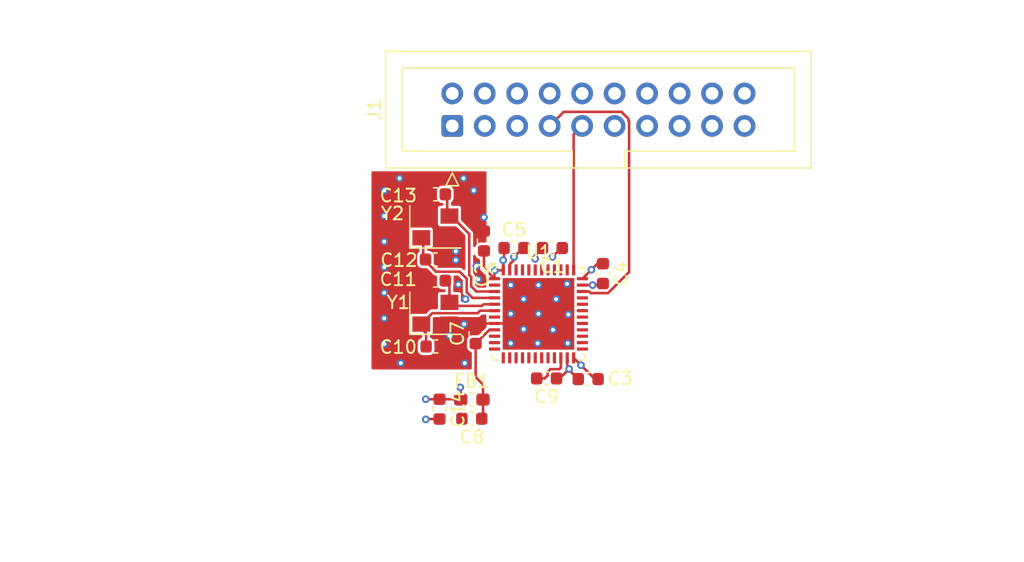
<source format=kicad_pcb>
(kicad_pcb (version 20240108) (generator "pcbnew") (generator_version "8.0")
  (layers (0 "F.Cu" signal) (1 "In1.Cu" signal) (2 "In2.Cu" signal) (31 "B.Cu" signal) (34 "B.Paste" user) (35 "F.Paste" user) (36 "B.SilkS" user "B.Silkscreen") (37 "F.SilkS" user "F.Silkscreen") (38 "B.Mask" user) (39 "F.Mask" user) (44 "Edge.Cuts" user))
  (net 0 "")
  (net 1 "+3V3")
  (net 2 "GND")
  (net 3 "+3.3VA")
  (net 4 "Net-(U1-VCAP1)")
  (net 5 "/osc_out")
  (net 6 "/osc_in")
  (net 7 "/osc32_in")
  (net 8 "/osc32_out")
  (net 13 "/swdio")
  (net 15 "/swclk")
  (net 27 "/boot0")
  (net 46 "/nrst")
  (footprint "Capacitor_SMD:C_0603_1608Metric" (layer "F.Cu") (at 153.15 45.5 180)
    (property "Reference" "C1" (at 0 -1.43 360) (layer "F.SilkS"))
    (property "Value" "4u7")
    (fp_line (start -0.14058 0.51) (end 0.14058 0.51) (stroke (width 0.12)) (layer "F.SilkS"))
    (fp_line (start -0.14058 -0.51) (end 0.14058 -0.51) (stroke (width 0.12)) (layer "F.SilkS"))
    (pad "1" smd roundrect (at -0.775 0 180) (size 0.9 0.95) (layers "F.Cu" "F.Paste" "F.Mask") (net 1 "+3V3"))
    (pad "2" smd roundrect (at 0.775 0 180) (size 0.9 0.95) (layers "F.Cu" "F.Paste" "F.Mask") (net 2 "GND"))
  )
  (footprint "Capacitor_SMD:C_0603_1608Metric" (layer "F.Cu") (at 144.325 58.1 -90)
    (property "Reference" "C14" (at 0 -1.43 90) (layer "F.SilkS"))
    (property "Value" "1u")
    (fp_line (start -0.14058 0.51) (end 0.14058 0.51) (stroke (width 0.12)) (layer "F.SilkS"))
    (fp_line (start -0.14058 -0.51) (end 0.14058 -0.51) (stroke (width 0.12)) (layer "F.SilkS"))
    (pad "1" smd roundrect (at -0.775 0 270) (size 0.9 0.95) (layers "F.Cu" "F.Paste" "F.Mask") (net 1 "+3V3"))
    (pad "2" smd roundrect (at 0.775 0 270) (size 0.9 0.95) (layers "F.Cu" "F.Paste" "F.Mask") (net 2 "GND"))
  )
  (footprint "Capacitor_SMD:C_0603_1608Metric" (layer "F.Cu") (at 144 46.4)
    (property "Reference" "C12" (at -2.85 0.05 0) (layer "F.SilkS"))
    (property "Value" "6p")
    (fp_line (start -0.14058 -0.51) (end 0.14058 -0.51) (stroke (width 0.12)) (layer "F.SilkS"))
    (fp_line (start -0.14058 0.51) (end 0.14058 0.51) (stroke (width 0.12)) (layer "F.SilkS"))
    (pad "1" smd roundrect (at -0.775 0) (size 0.9 0.95) (layers "F.Cu" "F.Paste" "F.Mask") (net 8 "/osc32_out"))
    (pad "2" smd roundrect (at 0.775 0) (size 0.9 0.95) (layers "F.Cu" "F.Paste" "F.Mask") (net 2 "GND"))
  )
  (footprint "Capacitor_SMD:C_0603_1608Metric" (layer "F.Cu") (at 146.85 58.85 180)
    (property "Reference" "C8" (at 0 -1.43 0) (layer "F.SilkS"))
    (property "Value" "1u")
    (fp_line (start -0.14058 0.51) (end 0.14058 0.51) (stroke (width 0.12)) (layer "F.SilkS"))
    (fp_line (start -0.14058 -0.51) (end 0.14058 -0.51) (stroke (width 0.12)) (layer "F.SilkS"))
    (pad "1" smd roundrect (at -0.775 0 180) (size 0.9 0.95) (layers "F.Cu" "F.Paste" "F.Mask") (net 3 "+3.3VA"))
    (pad "2" smd roundrect (at 0.775 0 180) (size 0.9 0.95) (layers "F.Cu" "F.Paste" "F.Mask") (net 2 "GND"))
  )
  (footprint "Capacitor_SMD:C_0603_1608Metric" (layer "F.Cu") (at 147.15 52.2 90)
    (property "Reference" "C7" (at 0 -1.43 90) (layer "F.SilkS"))
    (property "Value" "10n")
    (fp_line (start -0.14058 -0.51) (end 0.14058 -0.51) (stroke (width 0.12)) (layer "F.SilkS"))
    (fp_line (start -0.14058 0.51) (end 0.14058 0.51) (stroke (width 0.12)) (layer "F.SilkS"))
    (pad "1" smd roundrect (at -0.775 0 90) (size 0.9 0.95) (layers "F.Cu" "F.Paste" "F.Mask") (net 3 "+3.3VA"))
    (pad "2" smd roundrect (at 0.775 0 90) (size 0.9 0.95) (layers "F.Cu" "F.Paste" "F.Mask") (net 2 "GND"))
  )
  (footprint "Fuse:Fuse_0603_1608Metric_Pad1.05x0.95mm_HandSolder" (layer "F.Cu") (at 146.85 57.35)
    (property "Reference" "FB1" (at 0 -1.43 0) (layer "F.SilkS"))
    (property "Value" "600@1MHz")
    (fp_line (start -0.171267 -0.51) (end 0.171267 -0.51) (stroke (width 0.12)) (layer "F.SilkS"))
    (fp_line (start -0.171267 0.51) (end 0.171267 0.51) (stroke (width 0.12)) (layer "F.SilkS"))
    (pad "1" smd roundrect (at -0.875 0) (size 1.05 0.95) (layers "F.Cu" "F.Paste" "F.Mask") (net 1 "+3V3"))
    (pad "2" smd roundrect (at 0.875 0) (size 1.05 0.95) (layers "F.Cu" "F.Paste" "F.Mask") (net 3 "+3.3VA"))
  )
  (footprint "Capacitor_SMD:C_0603_1608Metric" (layer "F.Cu") (at 147.8 44.95 90)
    (property "Reference" "C2" (at -2.65 -0.15 90) (layer "F.SilkS"))
    (property "Value" "100n")
    (fp_line (start -0.14058 -0.51) (end 0.14058 -0.51) (stroke (width 0.12)) (layer "F.SilkS"))
    (fp_line (start -0.14058 0.51) (end 0.14058 0.51) (stroke (width 0.12)) (layer "F.SilkS"))
    (pad "1" smd roundrect (at -0.775 0 90) (size 0.9 0.95) (layers "F.Cu" "F.Paste" "F.Mask") (net 1 "+3V3"))
    (pad "2" smd roundrect (at 0.775 0 90) (size 0.9 0.95) (layers "F.Cu" "F.Paste" "F.Mask") (net 2 "GND"))
  )
  (footprint "Connector_IDC:IDC-Header_2x10_P2.54mm_Vertical" (layer "F.Cu") (at 145.32 35.95 90)
    (property "Reference" "J1" (at 1.27 -6.1 90) (layer "F.SilkS"))
    (property "Value" "Conn_02x10_Odd_Even")
    (fp_line (start 5.83 -5.21) (end 5.83 28.07) (stroke (width 0.12)) (layer "F.SilkS"))
    (fp_line (start -3.29 -5.21) (end 5.83 -5.21) (stroke (width 0.12)) (layer "F.SilkS"))
    (fp_line (start 4.52 -3.91) (end 4.52 26.77) (stroke (width 0.12)) (layer "F.SilkS"))
    (fp_line (start -1.98 -3.91) (end 4.52 -3.91) (stroke (width 0.12)) (layer "F.SilkS"))
    (fp_line (start -4.68 -0.5) (end -4.68 0.5) (stroke (width 0.12)) (layer "F.SilkS"))
    (fp_line (start -3.68 0) (end -4.68 -0.5) (stroke (width 0.12)) (layer "F.SilkS"))
    (fp_line (start -4.68 0.5) (end -3.68 0) (stroke (width 0.12)) (layer "F.SilkS"))
    (fp_line (start -1.98 9.38) (end -1.98 -3.91) (stroke (width 0.12)) (layer "F.SilkS"))
    (fp_line (start -3.29 9.38) (end -1.98 9.38) (stroke (width 0.12)) (layer "F.SilkS"))
    (fp_line (start -1.98 13.48) (end -1.98 13.48) (stroke (width 0.12)) (layer "F.SilkS"))
    (fp_line (start -1.98 13.48) (end -3.29 13.48) (stroke (width 0.12)) (layer "F.SilkS"))
    (fp_line (start 4.52 26.77) (end -1.98 26.77) (stroke (width 0.12)) (layer "F.SilkS"))
    (fp_line (start -1.98 26.77) (end -1.98 13.48) (stroke (width 0.12)) (layer "F.SilkS"))
    (fp_line (start 5.83 28.07) (end -3.29 28.07) (stroke (width 0.12)) (layer "F.SilkS"))
    (fp_line (start -3.29 28.07) (end -3.29 -5.21) (stroke (width 0.12)) (layer "F.SilkS"))
    (pad "1" thru_hole roundrect (at 0 0 90) (size 1.7 1.7) (drill 1) (layers "*.Cu" "*.Mask") (roundrect_rratio 0.147059) (net 1 "+3V3"))
    (pad "2" thru_hole circle (at 2.54 0 90) (size 1.7 1.7) (drill 1) (layers "*.Cu" "*.Mask") (net 1 "+3V3"))
    (pad "3" thru_hole circle (at 0 2.54 90) (size 1.7 1.7) (drill 1) (layers "*.Cu" "*.Mask"))
    (pad "4" thru_hole circle (at 2.54 2.54 90) (size 1.7 1.7) (drill 1) (layers "*.Cu" "*.Mask") (net 2 "GND"))
    (pad "5" thru_hole circle (at 0 5.08 90) (size 1.7 1.7) (drill 1) (layers "*.Cu" "*.Mask"))
    (pad "6" thru_hole circle (at 2.54 5.08 90) (size 1.7 1.7) (drill 1) (layers "*.Cu" "*.Mask") (net 2 "GND"))
    (pad "7" thru_hole circle (at 0 7.62 90) (size 1.7 1.7) (drill 1) (layers "*.Cu" "*.Mask") (net 13 "/swdio"))
    (pad "8" thru_hole circle (at 2.54 7.62 90) (size 1.7 1.7) (drill 1) (layers "*.Cu" "*.Mask") (net 2 "GND"))
    (pad "9" thru_hole circle (at 0 10.16 90) (size 1.7 1.7) (drill 1) (layers "*.Cu" "*.Mask") (net 15 "/swclk"))
    (pad "10" thru_hole circle (at 2.54 10.16 90) (size 1.7 1.7) (drill 1) (layers "*.Cu" "*.Mask") (net 2 "GND"))
    (pad "11" thru_hole circle (at 0 12.7 90) (size 1.7 1.7) (drill 1) (layers "*.Cu" "*.Mask"))
    (pad "12" thru_hole circle (at 2.54 12.7 90) (size 1.7 1.7) (drill 1) (layers "*.Cu" "*.Mask") (net 2 "GND"))
    (pad "13" thru_hole circle (at 0 15.24 90) (size 1.7 1.7) (drill 1) (layers "*.Cu" "*.Mask"))
    (pad "14" thru_hole circle (at 2.54 15.24 90) (size 1.7 1.7) (drill 1) (layers "*.Cu" "*.Mask") (net 2 "GND"))
    (pad "15" thru_hole circle (at 0 17.78 90) (size 1.7 1.7) (drill 1) (layers "*.Cu" "*.Mask"))
    (pad "16" thru_hole circle (at 2.54 17.78 90) (size 1.7 1.7) (drill 1) (layers "*.Cu" "*.Mask") (net 2 "GND"))
    (pad "17" thru_hole circle (at 0 20.32 90) (size 1.7 1.7) (drill 1) (layers "*.Cu" "*.Mask"))
    (pad "18" thru_hole circle (at 2.54 20.32 90) (size 1.7 1.7) (drill 1) (layers "*.Cu" "*.Mask") (net 2 "GND"))
    (pad "19" thru_hole circle (at 0 22.86 90) (size 1.7 1.7) (drill 1) (layers "*.Cu" "*.Mask"))
    (pad "20" thru_hole circle (at 2.54 22.86 90) (size 1.7 1.7) (drill 1) (layers "*.Cu" "*.Mask") (net 2 "GND"))
  )
  (footprint "Package_DFN_QFN:QFN-48-1EP_7x7mm_P0.5mm_EP5.6x5.6mm" (layer "F.Cu") (at 152.0625 50.65)
    (property "Reference" "U1" (at 0 -4.83 0) (layer "F.SilkS"))
    (property "Value" "STM32F411CEUx")
    (fp_line (start -3.61 -3.135) (end -3.61 -3.37) (stroke (width 0.12)) (layer "F.SilkS"))
    (fp_line (start -3.61 3.61) (end -3.61 3.135) (stroke (width 0.12)) (layer "F.SilkS"))
    (fp_line (start -3.135 -3.61) (end -3.31 -3.61) (stroke (width 0.12)) (layer "F.SilkS"))
    (fp_line (start -3.135 3.61) (end -3.61 3.61) (stroke (width 0.12)) (layer "F.SilkS"))
    (fp_line (start 3.135 -3.61) (end 3.61 -3.61) (stroke (width 0.12)) (layer "F.SilkS"))
    (fp_line (start 3.135 3.61) (end 3.61 3.61) (stroke (width 0.12)) (layer "F.SilkS"))
    (fp_line (start 3.61 -3.61) (end 3.61 -3.135) (stroke (width 0.12)) (layer "F.SilkS"))
    (fp_line (start 3.61 3.61) (end 3.61 3.135) (stroke (width 0.12)) (layer "F.SilkS"))
    (fp_poly (pts (xy -3.61 -3.61) (xy -3.85 -3.94) (xy -3.37 -3.94) (xy -3.61 -3.61)) (stroke (width 0.12)) (fill solid) (layer "F.SilkS"))
    (pad "1" smd roundrect (at -3.4375 -2.75) (size 0.875 0.25) (layers "F.Cu" "F.Paste" "F.Mask") (net 1 "+3V3"))
    (pad "2" smd roundrect (at -3.4375 -2.25) (size 0.875 0.25) (layers "F.Cu" "F.Paste" "F.Mask"))
    (pad "3" smd roundrect (at -3.4375 -1.75) (size 0.875 0.25) (layers "F.Cu" "F.Paste" "F.Mask") (net 7 "/osc32_in"))
    (pad "4" smd roundrect (at -3.4375 -1.25) (size 0.875 0.25) (layers "F.Cu" "F.Paste" "F.Mask") (net 8 "/osc32_out"))
    (pad "5" smd roundrect (at -3.4375 -0.75) (size 0.875 0.25) (layers "F.Cu" "F.Paste" "F.Mask") (net 6 "/osc_in"))
    (pad "6" smd roundrect (at -3.4375 -0.25) (size 0.875 0.25) (layers "F.Cu" "F.Paste" "F.Mask") (net 5 "/osc_out"))
    (pad "7" smd roundrect (at -3.4375 0.25) (size 0.875 0.25) (layers "F.Cu" "F.Paste" "F.Mask") (net 46 "/nrst"))
    (pad "8" smd roundrect (at -3.4375 0.75) (size 0.875 0.25) (layers "F.Cu" "F.Paste" "F.Mask") (net 2 "GND"))
    (pad "9" smd roundrect (at -3.4375 1.25) (size 0.875 0.25) (layers "F.Cu" "F.Paste" "F.Mask") (net 3 "+3.3VA"))
    (pad "10" smd roundrect (at -3.4375 1.75) (size 0.875 0.25) (layers "F.Cu" "F.Paste" "F.Mask"))
    (pad "11" smd roundrect (at -3.4375 2.25) (size 0.875 0.25) (layers "F.Cu" "F.Paste" "F.Mask"))
    (pad "12" smd roundrect (at -3.4375 2.75) (size 0.875 0.25) (layers "F.Cu" "F.Paste" "F.Mask"))
    (pad "13" smd roundrect (at -2.75 3.4375) (size 0.25 0.875) (layers "F.Cu" "F.Paste" "F.Mask"))
    (pad "14" smd roundrect (at -2.25 3.4375) (size 0.25 0.875) (layers "F.Cu" "F.Paste" "F.Mask"))
    (pad "15" smd roundrect (at -1.75 3.4375) (size 0.25 0.875) (layers "F.Cu" "F.Paste" "F.Mask"))
    (pad "16" smd roundrect (at -1.25 3.4375) (size 0.25 0.875) (layers "F.Cu" "F.Paste" "F.Mask"))
    (pad "17" smd roundrect (at -0.75 3.4375) (size 0.25 0.875) (layers "F.Cu" "F.Paste" "F.Mask"))
    (pad "18" smd roundrect (at -0.25 3.4375) (size 0.25 0.875) (layers "F.Cu" "F.Paste" "F.Mask"))
    (pad "19" smd roundrect (at 0.25 3.4375) (size 0.25 0.875) (layers "F.Cu" "F.Paste" "F.Mask"))
    (pad "20" smd roundrect (at 0.75 3.4375) (size 0.25 0.875) (layers "F.Cu" "F.Paste" "F.Mask"))
    (pad "21" smd roundrect (at 1.25 3.4375) (size 0.25 0.875) (layers "F.Cu" "F.Paste" "F.Mask"))
    (pad "22" smd roundrect (at 1.75 3.4375) (size 0.25 0.875) (layers "F.Cu" "F.Paste" "F.Mask") (net 4 "Net-(U1-VCAP1)"))
    (pad "23" smd roundrect (at 2.25 3.4375) (size 0.25 0.875) (layers "F.Cu" "F.Paste" "F.Mask") (net 2 "GND"))
    (pad "24" smd roundrect (at 2.75 3.4375) (size 0.25 0.875) (layers "F.Cu" "F.Paste" "F.Mask") (net 1 "+3V3"))
    (pad "25" smd roundrect (at 3.4375 2.75) (size 0.875 0.25) (layers "F.Cu" "F.Paste" "F.Mask"))
    (pad "26" smd roundrect (at 3.4375 2.25) (size 0.875 0.25) (layers "F.Cu" "F.Paste" "F.Mask"))
    (pad "27" smd roundrect (at 3.4375 1.75) (size 0.875 0.25) (layers "F.Cu" "F.Paste" "F.Mask"))
    (pad "28" smd roundrect (at 3.4375 1.25) (size 0.875 0.25) (layers "F.Cu" "F.Paste" "F.Mask"))
    (pad "29" smd roundrect (at 3.4375 0.75) (size 0.875 0.25) (layers "F.Cu" "F.Paste" "F.Mask"))
    (pad "30" smd roundrect (at 3.4375 0.25) (size 0.875 0.25) (layers "F.Cu" "F.Paste" "F.Mask"))
    (pad "31" smd roundrect (at 3.4375 -0.25) (size 0.875 0.25) (layers "F.Cu" "F.Paste" "F.Mask"))
    (pad "32" smd roundrect (at 3.4375 -0.75) (size 0.875 0.25) (layers "F.Cu" "F.Paste" "F.Mask"))
    (pad "33" smd roundrect (at 3.4375 -1.25) (size 0.875 0.25) (layers "F.Cu" "F.Paste" "F.Mask"))
    (pad "34" smd roundrect (at 3.4375 -1.75) (size 0.875 0.25) (layers "F.Cu" "F.Paste" "F.Mask") (net 13 "/swdio"))
    (pad "35" smd roundrect (at 3.4375 -2.25) (size 0.875 0.25) (layers "F.Cu" "F.Paste" "F.Mask") (net 2 "GND"))
    (pad "36" smd roundrect (at 3.4375 -2.75) (size 0.875 0.25) (layers "F.Cu" "F.Paste" "F.Mask") (net 1 "+3V3"))
    (pad "37" smd roundrect (at 2.75 -3.4375) (size 0.25 0.875) (layers "F.Cu" "F.Paste" "F.Mask") (net 15 "/swclk"))
    (pad "38" smd roundrect (at 2.25 -3.4375) (size 0.25 0.875) (layers "F.Cu" "F.Paste" "F.Mask"))
    (pad "39" smd roundrect (at 1.75 -3.4375) (size 0.25 0.875) (layers "F.Cu" "F.Paste" "F.Mask"))
    (pad "40" smd roundrect (at 1.25 -3.4375) (size 0.25 0.875) (layers "F.Cu" "F.Paste" "F.Mask"))
    (pad "41" smd roundrect (at 0.75 -3.4375) (size 0.25 0.875) (layers "F.Cu" "F.Paste" "F.Mask"))
    (pad "42" smd roundrect (at 0.25 -3.4375) (size 0.25 0.875) (layers "F.Cu" "F.Paste" "F.Mask"))
    (pad "43" smd roundrect (at -0.25 -3.4375) (size 0.25 0.875) (layers "F.Cu" "F.Paste" "F.Mask"))
    (pad "44" smd roundrect (at -0.75 -3.4375) (size 0.25 0.875) (layers "F.Cu" "F.Paste" "F.Mask") (net 27 "/boot0"))
    (pad "45" smd roundrect (at -1.25 -3.4375) (size 0.25 0.875) (layers "F.Cu" "F.Paste" "F.Mask"))
    (pad "46" smd roundrect (at -1.75 -3.4375) (size 0.25 0.875) (layers "F.Cu" "F.Paste" "F.Mask"))
    (pad "47" smd roundrect (at -2.25 -3.4375) (size 0.25 0.875) (layers "F.Cu" "F.Paste" "F.Mask") (net 2 "GND"))
    (pad "48" smd roundrect (at -2.75 -3.4375) (size 0.25 0.875) (layers "F.Cu" "F.Paste" "F.Mask") (net 1 "+3V3"))
    (pad "49" smd rect (at 0 0) (size 5.6 5.6) (property pad_prop_heatsink) (layers "F.Cu" "F.Mask") (net 2 "GND"))
  )
  (footprint "Capacitor_SMD:C_0603_1608Metric" (layer "F.Cu") (at 157.1 47.5 -90)
    (property "Reference" "C4" (at 0 -1.43 90) (layer "F.SilkS"))
    (property "Value" "100n")
    (fp_line (start -0.14058 0.51) (end 0.14058 0.51) (stroke (width 0.12)) (layer "F.SilkS"))
    (fp_line (start -0.14058 -0.51) (end 0.14058 -0.51) (stroke (width 0.12)) (layer "F.SilkS"))
    (pad "1" smd roundrect (at -0.775 0 270) (size 0.9 0.95) (layers "F.Cu" "F.Paste" "F.Mask") (net 1 "+3V3"))
    (pad "2" smd roundrect (at 0.775 0 270) (size 0.9 0.95) (layers "F.Cu" "F.Paste" "F.Mask") (net 2 "GND"))
  )
  (footprint "Capacitor_SMD:C_0603_1608Metric" (layer "F.Cu") (at 155.95 55.75 180)
    (property "Reference" "C3" (at -2.5 0.05 360) (layer "F.SilkS"))
    (property "Value" "100n")
    (fp_line (start -0.14058 0.51) (end 0.14058 0.51) (stroke (width 0.12)) (layer "F.SilkS"))
    (fp_line (start -0.14058 -0.51) (end 0.14058 -0.51) (stroke (width 0.12)) (layer "F.SilkS"))
    (pad "1" smd roundrect (at -0.775 0 180) (size 0.9 0.95) (layers "F.Cu" "F.Paste" "F.Mask") (net 1 "+3V3"))
    (pad "2" smd roundrect (at 0.775 0 180) (size 0.9 0.95) (layers "F.Cu" "F.Paste" "F.Mask") (net 2 "GND"))
  )
  (footprint "Crystal:Crystal_SMD_3225-4Pin_3.2x2.5mm" (layer "F.Cu") (at 144 50.6)
    (property "Reference" "Y1" (at -2.9 -0.85 0) (layer "F.SilkS"))
    (property "Value" "25Mhz 8pF")
    (fp_line (start -2 -1.65) (end -2 1.65) (stroke (width 0.12)) (layer "F.SilkS"))
    (fp_line (start -2 1.65) (end 2 1.65) (stroke (width 0.12)) (layer "F.SilkS"))
    (pad "1" smd rect (at -1.1 0.85) (size 1.4 1.2) (layers "F.Cu" "F.Paste" "F.Mask") (net 5 "/osc_out"))
    (pad "2" smd rect (at 1.1 0.85) (size 1.4 1.2) (layers "F.Cu" "F.Paste" "F.Mask") (net 2 "GND"))
    (pad "3" smd rect (at 1.1 -0.85) (size 1.4 1.2) (layers "F.Cu" "F.Paste" "F.Mask") (net 6 "/osc_in"))
    (pad "4" smd rect (at -1.1 -0.85) (size 1.4 1.2) (layers "F.Cu" "F.Paste" "F.Mask") (net 2 "GND"))
  )
  (footprint "Capacitor_SMD:C_0603_1608Metric" (layer "F.Cu") (at 144.05 53.2)
    (property "Reference" "C10" (at -2.95 0.05 0) (layer "F.SilkS"))
    (property "Value" "6p")
    (fp_line (start -0.14058 -0.51) (end 0.14058 -0.51) (stroke (width 0.12)) (layer "F.SilkS"))
    (fp_line (start -0.14058 0.51) (end 0.14058 0.51) (stroke (width 0.12)) (layer "F.SilkS"))
    (pad "1" smd roundrect (at -0.775 0) (size 0.9 0.95) (layers "F.Cu" "F.Paste" "F.Mask") (net 5 "/osc_out"))
    (pad "2" smd roundrect (at 0.775 0) (size 0.9 0.95) (layers "F.Cu" "F.Paste" "F.Mask") (net 2 "GND"))
  )
  (footprint "Capacitor_SMD:C_0603_1608Metric" (layer "F.Cu") (at 152.7 55.7 180)
    (property "Reference" "C9" (at 0 -1.43 0) (layer "F.SilkS"))
    (property "Value" "4u7")
    (fp_line (start -0.14058 0.51) (end 0.14058 0.51) (stroke (width 0.12)) (layer "F.SilkS"))
    (fp_line (start -0.14058 -0.51) (end 0.14058 -0.51) (stroke (width 0.12)) (layer "F.SilkS"))
    (pad "1" smd roundrect (at -0.775 0 180) (size 0.9 0.95) (layers "F.Cu" "F.Paste" "F.Mask") (net 2 "GND"))
    (pad "2" smd roundrect (at 0.775 0 180) (size 0.9 0.95) (layers "F.Cu" "F.Paste" "F.Mask") (net 4 "Net-(U1-VCAP1)"))
  )
  (footprint "Capacitor_SMD:C_0603_1608Metric" (layer "F.Cu") (at 144 48.05 180)
    (property "Reference" "C11" (at 2.9 0.1 0) (layer "F.SilkS"))
    (property "Value" "6p")
    (fp_line (start -0.14058 0.51) (end 0.14058 0.51) (stroke (width 0.12)) (layer "F.SilkS"))
    (fp_line (start -0.14058 -0.51) (end 0.14058 -0.51) (stroke (width 0.12)) (layer "F.SilkS"))
    (pad "1" smd roundrect (at -0.775 0 180) (size 0.9 0.95) (layers "F.Cu" "F.Paste" "F.Mask") (net 6 "/osc_in"))
    (pad "2" smd roundrect (at 0.775 0 180) (size 0.9 0.95) (layers "F.Cu" "F.Paste" "F.Mask") (net 2 "GND"))
  )
  (footprint "Capacitor_SMD:C_0603_1608Metric" (layer "F.Cu") (at 144 41.3 180)
    (property "Reference" "C13" (at 2.9 -0.1 0) (layer "F.SilkS"))
    (property "Value" "6p")
    (fp_line (start -0.14058 0.51) (end 0.14058 0.51) (stroke (width 0.12)) (layer "F.SilkS"))
    (fp_line (start -0.14058 -0.51) (end 0.14058 -0.51) (stroke (width 0.12)) (layer "F.SilkS"))
    (pad "1" smd roundrect (at -0.775 0 180) (size 0.9 0.95) (layers "F.Cu" "F.Paste" "F.Mask") (net 7 "/osc32_in"))
    (pad "2" smd roundrect (at 0.775 0 180) (size 0.9 0.95) (layers "F.Cu" "F.Paste" "F.Mask") (net 2 "GND"))
  )
  (footprint "Crystal:Crystal_SMD_3225-4Pin_3.2x2.5mm" (layer "F.Cu") (at 144 43.85)
    (property "Reference" "Y2" (at -3.35 -1.05 0) (layer "F.SilkS"))
    (property "Value" "32kHz 8pF")
    (fp_line (start -2 -1.65) (end -2 1.65) (stroke (width 0.12)) (layer "F.SilkS"))
    (fp_line (start -2 1.65) (end 2 1.65) (stroke (width 0.12)) (layer "F.SilkS"))
    (pad "1" smd rect (at -1.1 0.85) (size 1.4 1.2) (layers "F.Cu" "F.Paste" "F.Mask") (net 8 "/osc32_out"))
    (pad "2" smd rect (at 1.1 0.85) (size 1.4 1.2) (layers "F.Cu" "F.Paste" "F.Mask") (net 2 "GND"))
    (pad "3" smd rect (at 1.1 -0.85) (size 1.4 1.2) (layers "F.Cu" "F.Paste" "F.Mask") (net 7 "/osc32_in"))
    (pad "4" smd rect (at -1.1 -0.85) (size 1.4 1.2) (layers "F.Cu" "F.Paste" "F.Mask") (net 2 "GND"))
  )
  (footprint "Capacitor_SMD:C_0603_1608Metric" (layer "F.Cu") (at 150.15 45.5)
    (property "Reference" "C5" (at 0 -1.43 360) (layer "F.SilkS"))
    (property "Value" "100n")
    (fp_line (start -0.14058 -0.51) (end 0.14058 -0.51) (stroke (width 0.12)) (layer "F.SilkS"))
    (fp_line (start -0.14058 0.51) (end 0.14058 0.51) (stroke (width 0.12)) (layer "F.SilkS"))
    (pad "1" smd roundrect (at -0.775 0) (size 0.9 0.95) (layers "F.Cu" "F.Paste" "F.Mask") (net 1 "+3V3"))
    (pad "2" smd roundrect (at 0.775 0) (size 0.9 0.95) (layers "F.Cu" "F.Paste" "F.Mask") (net 2 "GND"))
  )
  (segment (start 153.85 45.5) (end 153.15 46.2) (width 0.2) (layer "F.Cu") (net 1))
  (segment (start 145.975 56.425) (end 145.95 56.4) (width 0.2) (layer "F.Cu") (net 1))
  (segment (start 149.3125 45.8125) (end 149.425 45.7) (width 0.2) (layer "F.Cu") (net 1))
  (segment (start 149.3125 47.2125) (end 149.3125 46.4625) (width 0.2) (layer "F.Cu") (net 1))
  (segment (start 148.625 47.275) (end 148.65 47.25) (width 0.2) (layer "F.Cu") (net 1))
  (segment (start 148.65 47.25) (end 149.275 47.25) (width 0.2) (layer "F.Cu") (net 1))
  (segment (start 147.8 47.075) (end 147.8 45.725) (width 0.2) (layer "F.Cu") (net 1))
  (segment (start 156.675 46.725) (end 156.2 47.2) (width 0.2) (layer "F.Cu") (net 1))
  (segment (start 153.925 45.5) (end 153.85 45.5) (width 0.2) (layer "F.Cu") (net 1))
  (segment (start 149.375 45.5) (end 149.375 46.375) (width 0.2) (layer "F.Cu") (net 1))
  (segment (start 145.975 57.35) (end 145.975 56.425) (width 0.2) (layer "F.Cu") (net 1))
  (segment (start 156.425 55.7) (end 156.675 55.7) (width 0.2) (layer "F.Cu") (net 1))
  (segment (start 148.625 47.9) (end 148.625 47.275) (width 0.2) (layer "F.Cu") (net 1))
  (segment (start 149.375 46.375) (end 149.3 46.45) (width 0.2) (layer "F.Cu") (net 1))
  (segment (start 149.3125 46.4625) (end 149.3 46.45) (width 0.2) (layer "F.Cu") (net 1))
  (segment (start 145.95 57.325) (end 145.975 57.35) (width 0.2) (layer "F.Cu") (net 1))
  (segment (start 156.2 47.2) (end 155.5 47.9) (width 0.2) (layer "F.Cu") (net 1))
  (segment (start 144.325 57.325) (end 143.25 57.325) (width 0.2) (layer "F.Cu") (net 1))
  (segment (start 149.275 47.25) (end 149.3125 47.2125) (width 0.2) (layer "F.Cu") (net 1))
  (segment (start 154.8125 54.0875) (end 155.3875 54.6625) (width 0.2) (layer "F.Cu") (net 1))
  (segment (start 155.3875 54.6625) (end 156.425 55.7) (width 0.2) (layer "F.Cu") (net 1))
  (segment (start 144.325 57.325) (end 145.95 57.325) (width 0.2) (layer "F.Cu") (net 1))
  (segment (start 148.625 47.9) (end 147.8 47.075) (width 0.2) (layer "F.Cu") (net 1))
  (segment (start 157.1 46.725) (end 156.675 46.725) (width 0.2) (layer "F.Cu") (net 1))
  (via (at 155.3875 54.6625) (size 0.6) (drill 0.3) (layers "F.Cu" "B.Cu") (net 1))
  (via (at 149.3 46.45) (size 0.6) (drill 0.3) (layers "F.Cu" "B.Cu") (net 1))
  (via (at 145.95 56.4) (size 0.6) (drill 0.3) (layers "F.Cu" "B.Cu") (net 1))
  (via (at 148.65 47.25) (size 0.6) (drill 0.3) (layers "F.Cu" "B.Cu") (net 1))
  (via (at 156.2 47.2) (size 0.6) (drill 0.3) (layers "F.Cu" "B.Cu") (net 1))
  (via (at 143.25 57.325) (size 0.6) (drill 0.3) (layers "F.Cu" "B.Cu") (net 1))
  (via (at 153.15 46.2) (size 0.6) (drill 0.3) (layers "F.Cu" "B.Cu") (net 1))
  (segment (start 147.15 51.425) (end 146.275 51.425) (width 0.2) (layer "F.Cu") (net 2))
  (segment (start 153.718299 55.7) (end 154.462235 54.956064) (width 0.2) (layer "F.Cu") (net 2))
  (segment (start 151.8 46.35) (end 151.8 46.075) (width 0.2) (layer "F.Cu") (net 2))
  (segment (start 144.325 58.875) (end 143.275 58.875) (width 0.2) (layer "F.Cu") (net 2))
  (segment (start 148.625 51.4) (end 150.45 51.4) (width 0.2) (layer "F.Cu") (net 2))
  (segment (start 147.8 44.175) (end 147.8 43.1) (width 0.2) (layer "F.Cu") (net 2))
  (segment (start 150.925 45.5) (end 150.85 45.5) (width 0.2) (layer "F.Cu") (net 2))
  (segment (start 150.15 46.437501) (end 150.15 46.2) (width 0.2) (layer "F.Cu") (net 2))
  (segment (start 154.3125 54.8875) (end 154.3125 54.0875) (width 0.2) (layer "F.Cu") (net 2))
  (segment (start 151.8 46.075) (end 152.375 45.5) (width 0.2) (layer "F.Cu") (net 2))
  (segment (start 145.1 52.925) (end 144.825 53.2) (width 0.2) (layer "F.Cu") (net 2))
  (segment (start 156.975 48.4) (end 157.1 48.275) (width 0.2) (layer "F.Cu") (net 2))
  (segment (start 155.5 48.4) (end 156.3 48.4) (width 0.2) (layer "F.Cu") (net 2))
  (segment (start 148.625 51.4) (end 147.175 51.4) (width 0.2) (layer "F.Cu") (net 2))
  (segment (start 143.275 58.875) (end 143.25 58.9) (width 0.2) (layer "F.Cu") (net 2))
  (segment (start 150.45 51.4) (end 150.9 51.85) (width 0.2) (layer "F.Cu") (net 2))
  (segment (start 155.125 55.7) (end 154.3125 54.8875) (width 0.2) (layer "F.Cu") (net 2))
  (segment (start 153.475 55.7) (end 153.718299 55.7) (width 0.2) (layer "F.Cu") (net 2))
  (segment (start 145.6 45.75) (end 145.6 45.2) (width 0.2) (layer "F.Cu") (net 2))
  (segment (start 145.6 45.2) (end 145.1 44.7) (width 0.2) (layer "F.Cu") (net 2))
  (segment (start 149.8125 46.775001) (end 150.15 46.437501) (width 0.2) (layer "F.Cu") (net 2))
  (segment (start 143.325 49.325) (end 142.9 49.75) (width 0.2) (layer "F.Cu") (net 2))
  (segment (start 154.381064 54.956064) (end 154.462235 54.956064) (width 0.2) (layer "F.Cu") (net 2))
  (segment (start 154.3125 54.8875) (end 154.381064 54.956064) (width 0.2) (layer "F.Cu") (net 2))
  (segment (start 143.325 48.1) (end 143.325 49.325) (width 0.2) (layer "F.Cu") (net 2))
  (segment (start 150.85 45.5) (end 150.15 46.2) (width 0.2) (layer "F.Cu") (net 2))
  (segment (start 144.825 46.45) (end 144.775 46.4) (width 0.2) (layer "F.Cu") (net 2))
  (segment (start 149.8125 47.2125) (end 149.8125 46.775001) (width 0.2) (layer "F.Cu") (net 2))
  (segment (start 156.3 48.4) (end 156.975 48.4) (width 0.2) (layer "F.Cu") (net 2))
  (segment (start 145.1 51.45) (end 146.25 51.45) (width 0.2) (layer "F.Cu") (net 2))
  (segment (start 147.175 51.4) (end 147.15 51.425) (width 0.2) (layer "F.Cu") (net 2))
  (segment (start 145.1 51.45) (end 145.1 52.925) (width 0.2) (layer "F.Cu") (net 2))
  (segment (start 146.275 51.425) (end 146.25 51.45) (width 0.2) (layer "F.Cu") (net 2))
  (segment (start 145.6 46.45) (end 144.825 46.45) (width 0.2) (layer "F.Cu") (net 2))
  (via (at 150.9 49.5) (size 0.6) (drill 0.3) (layers "F.Cu" "B.Cu") (net 2))
  (via (at 146.35 49.5) (size 0.6) (drill 0.3) (layers "F.Cu" "B.Cu") (net 2))
  (via (at 143.25 58.9) (size 0.6) (drill 0.3) (layers "F.Cu" "B.Cu") (net 2))
  (via (at 150.9 51.85) (size 0.6) (drill 0.3) (layers "F.Cu" "B.Cu") (net 2))
  (via (at 141.2 40.05) (size 0.6) (drill 0.3) (layers "F.Cu" "B.Cu") (net 2))
  (via (at 146.2 40.05) (size 0.6) (drill 0.3) (layers "F.Cu" "B.Cu") (net 2))
  (via (at 147 41) (size 0.6) (drill 0.3) (layers "F.Cu" "B.Cu") (net 2))
  (via (at 152 52.95) (size 0.6) (drill 0.3) (layers "F.Cu" "B.Cu") (net 2))
  (via (at 153.45 49.5) (size 0.6) (drill 0.3) (layers "F.Cu" "B.Cu") (net 2))
  (via (at 151.8 46.35) (size 0.6) (drill 0.3) (layers "F.Cu" "B.Cu") (net 2))
  (via (at 152.0625 50.65) (size 0.6) (drill 0.3) (layers "F.Cu" "B.Cu") (net 2))
  (via (at 147.2 46.9) (size 0.6) (drill 0.3) (layers "F.Cu" "B.Cu") (net 2))
  (via (at 145.6 45.75) (size 0.6) (drill 0.3) (layers "F.Cu" "B.Cu") (net 2))
  (via (at 154.462235 54.956064) (size 0.6) (drill 0.3) (layers "F.Cu" "B.Cu") (net 2))
  (via (at 140 51) (size 0.6) (drill 0.3) (layers "F.Cu" "B.Cu") (net 2))
  (via (at 153.2 51.9) (size 0.6) (drill 0.3) (layers "F.Cu" "B.Cu") (net 2))
  (via (at 154.4 50.7) (size 0.6) (drill 0.3) (layers "F.Cu" "B.Cu") (net 2))
  (via (at 146.3 54.5) (size 0.6) (drill 0.3) (layers "F.Cu" "B.Cu") (net 2))
  (via (at 149.9 52.95) (size 0.6) (drill 0.3) (layers "F.Cu" "B.Cu") (net 2))
  (via (at 154.35 52.95) (size 0.6) (drill 0.3) (layers "F.Cu" "B.Cu") (net 2))
  (via (at 140 53) (size 0.6) (drill 0.3) (layers "F.Cu" "B.Cu") (net 2))
  (via (at 147.35 47.941963) (size 0.6) (drill 0.3) (layers "F.Cu" "B.Cu") (net 2))
  (via (at 140 43) (size 0.6) (drill 0.3) (layers "F.Cu" "B.Cu") (net 2))
  (via (at 140 45) (size 0.6) (drill 0.3) (layers "F.Cu" "B.Cu") (net 2))
  (via (at 156.3 48.4) (size 0.6) (drill 0.3) (layers "F.Cu" "B.Cu") (net 2))
  (via (at 146.25 51.45) (size 0.6) (drill 0.3) (layers "F.Cu" "B.Cu") (net 2))
  (via (at 152.0625 48.4) (size 0.6) (drill 0.3) (layers "F.Cu" "B.Cu") (net 2))
  (via (at 154.3 48.3) (size 0.6) (drill 0.3) (layers "F.Cu" "B.Cu") (net 2))
  (via (at 145.1 52.35) (size 0.6) (drill 0.3) (layers "F.Cu" "B.Cu") (net 2))
  (via (at 140 47) (size 0.6) (drill 0.3) (layers "F.Cu" "B.Cu") (net 2))
  (via (at 145.8 48.35) (size 0.6) (drill 0.3) (layers "F.Cu" "B.Cu") (net 2))
  (via (at 147.8 43.1) (size 0.6) (drill 0.3) (layers "F.Cu" "B.Cu") (net 2))
  (via (at 149.9 50.65) (size 0.6) (drill 0.3) (layers "F.Cu" "B.Cu") (net 2))
  (via (at 150.15 46.2) (size 0.6) (drill 0.3) (layers "F.Cu" "B.Cu") (net 2))
  (via (at 140 49) (size 0.6) (drill 0.3) (layers "F.Cu" "B.Cu") (net 2))
  (via (at 141.3 54.5) (size 0.6) (drill 0.3) (layers "F.Cu" "B.Cu") (net 2))
  (via (at 145.6 46.45) (size 0.6) (drill 0.3) (layers "F.Cu" "B.Cu") (net 2))
  (via (at 140 41) (size 0.6) (drill 0.3) (layers "F.Cu" "B.Cu") (net 2))
  (via (at 149.9 48.4) (size 0.6) (drill 0.3) (layers "F.Cu" "B.Cu") (net 2))
  (segment (start 147.15 52.975) (end 147.15 55.6) (width 0.2) (layer "F.Cu") (net 3))
  (segment (start 147.725 57.35) (end 147.725 58.75) (width 0.2) (layer "F.Cu") (net 3))
  (segment (start 147.725 56.175) (end 147.725 57.35) (width 0.2) (layer "F.Cu") (net 3))
  (segment (start 147.15 52.975) (end 148.225 51.9) (width 0.2) (layer "F.Cu") (net 3))
  (segment (start 148.225 51.9) (end 148.625 51.9) (width 0.2) (layer "F.Cu") (net 3))
  (segment (start 147.15 55.6) (end 147.725 56.175) (width 0.2) (layer "F.Cu") (net 3))
  (segment (start 147.725 58.75) (end 147.625 58.85) (width 0.2) (layer "F.Cu") (net 3))
  (segment (start 152.775 55.475) (end 152.775 55.2) (width 0.2) (layer "F.Cu") (net 4))
  (segment (start 151.925 55.7) (end 152.55 55.7) (width 0.2) (layer "F.Cu") (net 4))
  (segment (start 152.55 55.7) (end 152.775 55.475) (width 0.2) (layer "F.Cu") (net 4))
  (segment (start 153.7 54.975) (end 153.8125 54.8625) (width 0.2) (layer "F.Cu") (net 4))
  (segment (start 152.775 55.2) (end 153 54.975) (width 0.2) (layer "F.Cu") (net 4))
  (segment (start 153 54.975) (end 153.7 54.975) (width 0.2) (layer "F.Cu") (net 4))
  (segment (start 153.8125 54.8625) (end 153.8125 54.0875) (width 0.2) (layer "F.Cu") (net 4))
  (segment (start 142.9 51.45) (end 142.9 51.6) (width 0.2) (layer "F.Cu") (net 5))
  (segment (start 147.5 50.4) (end 147.3 50.6) (width 0.2) (layer "F.Cu") (net 5))
  (segment (start 148.625 50.4) (end 147.5 50.4) (width 0.2) (layer "F.Cu") (net 5))
  (segment (start 142.9 51.6) (end 142.8 51.7) (width 0.2) (layer "F.Cu") (net 5))
  (segment (start 147.3 50.6) (end 143.75 50.6) (width 0.2) (layer "F.Cu") (net 5))
  (segment (start 142.8 51.7) (end 143.275 52.175) (width 0.2) (layer "F.Cu") (net 5))
  (segment (start 143.75 50.6) (end 142.9 51.45) (width 0.2) (layer "F.Cu") (net 5))
  (segment (start 143.275 52.175) (end 143.275 53.4) (width 0.2) (layer "F.Cu") (net 5))
  (segment (start 145.1 48.325) (end 144.875 48.1) (width 0.2) (layer "F.Cu") (net 6))
  (segment (start 147.639382 50.025) (end 147.764382 49.9) (width 0.2) (layer "F.Cu") (net 6))
  (segment (start 147.764382 49.9) (end 148.625 49.9) (width 0.2) (layer "F.Cu") (net 6))
  (segment (start 145.1 49.75) (end 145.1 48.325) (width 0.2) (layer "F.Cu") (net 6))
  (segment (start 145.375 50.025) (end 147.639382 50.025) (width 0.2) (layer "F.Cu") (net 6))
  (segment (start 145.1 49.75) (end 145.375 50.025) (width 0.2) (layer "F.Cu") (net 6))
  (segment (start 146.65 44.4) (end 146.65 47.605025) (width 0.2) (layer "F.Cu") (net 7))
  (segment (start 146.65 47.605025) (end 146.8 47.755025) (width 0.2) (layer "F.Cu") (net 7))
  (segment (start 146.8 47.755025) (end 146.8 48.494975) (width 0.2) (layer "F.Cu") (net 7))
  (segment (start 146.8 48.494975) (end 147.205025 48.9) (width 0.2) (layer "F.Cu") (net 7))
  (segment (start 147.205025 48.9) (end 148.625 48.9) (width 0.2) (layer "F.Cu") (net 7))
  (segment (start 144.925 42.675) (end 146.65 44.4) (width 0.2) (layer "F.Cu") (net 7))
  (segment (start 144.925 41.05) (end 144.925 42.675) (width 0.2) (layer "F.Cu") (net 7))
  (segment (start 143.05 46.35) (end 144.05 47.35) (width 0.2) (layer "F.Cu") (net 8))
  (segment (start 145.9 47.35) (end 146.45 47.9) (width 0.2) (layer "F.Cu") (net 8))
  (segment (start 143.05 44.7) (end 143.05 46.35) (width 0.2) (layer "F.Cu") (net 8))
  (segment (start 146.45 48.95) (end 146.9 49.4) (width 0.2) (layer "F.Cu") (net 8))
  (segment (start 146.45 47.9) (end 146.45 48.95) (width 0.2) (layer "F.Cu") (net 8))
  (segment (start 144.05 47.35) (end 145.9 47.35) (width 0.2) (layer "F.Cu") (net 8))
  (segment (start 146.9 49.4) (end 148.625 49.4) (width 0.2) (layer "F.Cu") (net 8))
  (segment (start 156.025001 48.9) (end 156.15 49.024999) (width 0.2) (layer "F.Cu") (net 13))
  (segment (start 154.04 34.85) (end 152.94 35.95) (width 0.2) (layer "F.Cu") (net 13))
  (segment (start 159.15 35.6) (end 159.1 35.55) (width 0.2) (layer "F.Cu") (net 13))
  (segment (start 159.15 47.377986) (end 159.15 35.6) (width 0.2) (layer "F.Cu") (net 13))
  (segment (start 159.1 35.4) (end 158.55 34.85) (width 0.2) (layer "F.Cu") (net 13))
  (segment (start 157.502987 49.024999) (end 159.15 47.377986) (width 0.2) (layer "F.Cu") (net 13))
  (segment (start 155.5 48.9) (end 156.025001 48.9) (width 0.2) (layer "F.Cu") (net 13))
  (segment (start 158.55 34.85) (end 154.04 34.85) (width 0.2) (layer "F.Cu") (net 13))
  (segment (start 156.15 49.024999) (end 157.502987 49.024999) (width 0.2) (layer "F.Cu") (net 13))
  (segment (start 159.1 35.55) (end 159.1 35.4) (width 0.2) (layer "F.Cu") (net 13))
  (segment (start 154.8125 47.2125) (end 154.8125 36.6175) (width 0.2) (layer "F.Cu") (net 15))
  (segment (start 154.8125 36.6175) (end 155.48 35.95) (width 0.2) (layer "F.Cu") (net 15))
  (zone (net 2) (net_name "GND") (layer "F.Cu") (priority 2) (connect_pads yes (clearance 0.2)) (min_thickness 0.2) (fill yes (thermal_gap 0.4) (thermal_bridge_width 0.4))
    (polygon (pts (xy 139 39.5) (xy 148 39.5) (xy 148 55) (xy 139 55)))
  )
)
</source>
